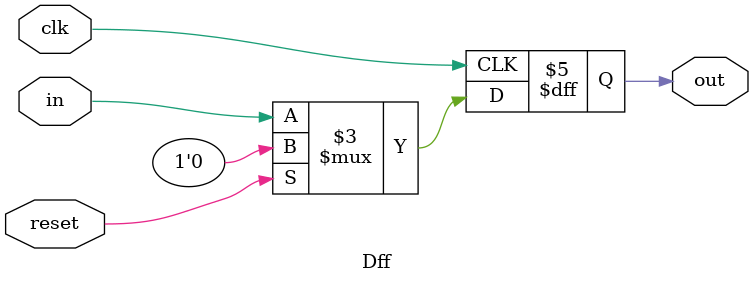
<source format=sv>


// Input:
//		- in: 1-bit input signal.
//		- reset: Reset signal, sets the output value to 0 at the next positive edge.
//      - clk: System Clock Signal.
// Output:
//		- out: output that changes at the positive edge of the clock.

module Dff (
    input logic in, 
    input logic reset,
    input logic clk,
    output logic out
);

    always_ff @(posedge clk) begin
        if (reset) 
            out <=0;
        else    
            out <= in; 
    end 
endmodule
</source>
